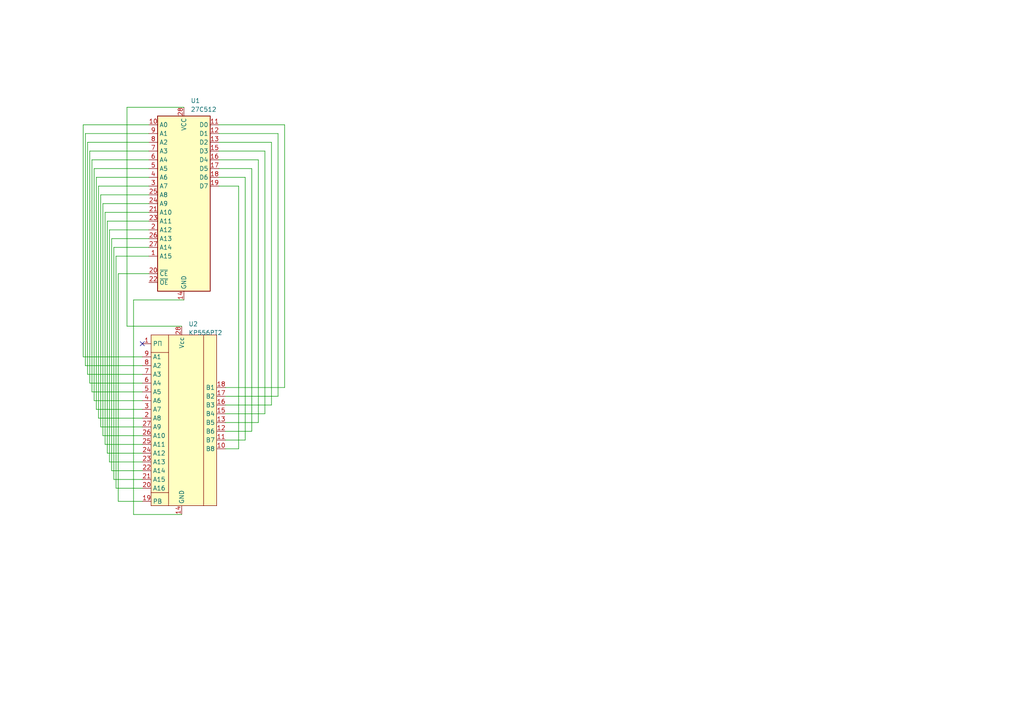
<source format=kicad_sch>
(kicad_sch (version 20230121) (generator eeschema)
  (paper "A4")
  (lib_symbols
    (symbol "Memory_EPROM:27C512"
      (property "Reference" "U" (at -7.62 26.67 0))
      (property "Value" "27C512" (at 2.54 -26.67 0))
      (symbol "27C512_1_1"
        (rectangle (start -7.62 25.4) (end 7.62 -25.4) (stroke (width 0.254)) (fill (type background)))
        (pin input line (at -10.16 -15.24 0) (length 2.54) (name "A15") (number "1"))
        (pin input line (at -10.16 22.86 0) (length 2.54) (name "A0") (number "10"))
        (pin tri_state line (at 10.16 22.86 180) (length 2.54) (name "D0") (number "11"))
        (pin tri_state line (at 10.16 20.32 180) (length 2.54) (name "D1") (number "12"))
        (pin tri_state line (at 10.16 17.78 180) (length 2.54) (name "D2") (number "13"))
        (pin power_in line (at 0 -27.94 90) (length 2.54) (name "GND") (number "14"))
        (pin tri_state line (at 10.16 15.24 180) (length 2.54) (name "D3") (number "15"))
        (pin tri_state line (at 10.16 12.7 180) (length 2.54) (name "D4") (number "16"))
        (pin tri_state line (at 10.16 10.16 180) (length 2.54) (name "D5") (number "17"))
        (pin tri_state line (at 10.16 7.62 180) (length 2.54) (name "D6") (number "18"))
        (pin tri_state line (at 10.16 5.08 180) (length 2.54) (name "D7") (number "19"))
        (pin input line (at -10.16 -7.62 0) (length 2.54) (name "A12") (number "2"))
        (pin input line (at -10.16 -20.32 0) (length 2.54) (name "~{CE}") (number "20"))
        (pin input line (at -10.16 -2.54 0) (length 2.54) (name "A10") (number "21"))
        (pin input line (at -10.16 -22.86 0) (length 2.54) (name "~{OE}") (number "22"))
        (pin input line (at -10.16 -5.08 0) (length 2.54) (name "A11") (number "23"))
        (pin input line (at -10.16 0 0) (length 2.54) (name "A9") (number "24"))
        (pin input line (at -10.16 2.54 0) (length 2.54) (name "A8") (number "25"))
        (pin input line (at -10.16 -10.16 0) (length 2.54) (name "A13") (number "26"))
        (pin input line (at -10.16 -12.7 0) (length 2.54) (name "A14") (number "27"))
        (pin power_in line (at 0 27.94 270) (length 2.54) (name "VCC") (number "28"))
        (pin input line (at -10.16 5.08 0) (length 2.54) (name "A7") (number "3"))
        (pin input line (at -10.16 7.62 0) (length 2.54) (name "A6") (number "4"))
        (pin input line (at -10.16 10.16 0) (length 2.54) (name "A5") (number "5"))
        (pin input line (at -10.16 12.7 0) (length 2.54) (name "A4") (number "6"))
        (pin input line (at -10.16 15.24 0) (length 2.54) (name "A3") (number "7"))
        (pin input line (at -10.16 17.78 0) (length 2.54) (name "A2") (number "8"))
        (pin input line (at -10.16 20.32 0) (length 2.54) (name "A1") (number "9"))
      )
    )
    (symbol "kr556rt2_eprom:КР556РТ2"
      (property "Reference" "U72" (at 2.0194 29.21 0))
      (property "Value" "КР556РТ2" (at 2.0194 26.67 0))
      (symbol "КР556РТ2_0_0"
        (pin input line (at -11.43 21.59 0) (length 2.54) (name "РП") (number "1"))
        (pin output line (at 12.7 -8.89 180) (length 2.54) (name "В8") (number "10"))
        (pin output line (at 12.7 -6.35 180) (length 2.54) (name "В7") (number "11"))
        (pin output line (at 12.7 -3.81 180) (length 2.54) (name "В6") (number "12"))
        (pin output line (at 12.7 -1.27 180) (length 2.54) (name "В5") (number "13"))
        (pin power_in line (at 0 -27.94 90) (length 2.54) (name "GND") (number "14"))
        (pin output line (at 12.7 1.27 180) (length 2.54) (name "В4") (number "15"))
        (pin output line (at 12.7 3.81 180) (length 2.54) (name "В3") (number "16"))
        (pin output line (at 12.7 6.35 180) (length 2.54) (name "В2") (number "17"))
        (pin output line (at 12.7 8.89 180) (length 2.54) (name "В1") (number "18"))
        (pin input line (at -11.43 -24.13 0) (length 2.54) (name "РВ") (number "19"))
        (pin input line (at -11.43 0 0) (length 2.54) (name "А8") (number "2"))
        (pin input line (at -11.43 -20.32 0) (length 2.54) (name "А16") (number "20"))
        (pin input line (at -11.43 -17.78 0) (length 2.54) (name "А15") (number "21"))
        (pin input line (at -11.43 -15.24 0) (length 2.54) (name "А14") (number "22"))
        (pin input line (at -11.43 -12.7 0) (length 2.54) (name "А13") (number "23"))
        (pin input line (at -11.43 -10.16 0) (length 2.54) (name "А12") (number "24"))
        (pin input line (at -11.43 -7.62 0) (length 2.54) (name "А11") (number "25"))
        (pin input line (at -11.43 -5.08 0) (length 2.54) (name "А10") (number "26"))
        (pin input line (at -11.43 -2.54 0) (length 2.54) (name "А9") (number "27"))
        (pin power_in line (at 0 26.67 270) (length 2.54) (name "Vcc") (number "28"))
        (pin input line (at -11.43 2.54 0) (length 2.54) (name "А7") (number "3"))
        (pin input line (at -11.43 5.08 0) (length 2.54) (name "А6") (number "4"))
        (pin input line (at -11.43 7.62 0) (length 2.54) (name "А5") (number "5"))
        (pin input line (at -11.43 10.16 0) (length 2.54) (name "А4") (number "6"))
        (pin input line (at -11.43 12.7 0) (length 2.54) (name "А3") (number "7"))
        (pin input line (at -11.43 15.24 0) (length 2.54) (name "А2") (number "8"))
        (pin input line (at -11.43 17.78 0) (length 2.54) (name "А1") (number "9"))
      )
      (symbol "КР556РТ2_0_1"
        (rectangle (start -8.89 24.13) (end 10.16 -25.4) (fill (type background)))
        (polyline (pts (xy -8.89 -21.59) (xy -3.81 -21.59)))
        (polyline (pts (xy -8.89 19.05) (xy -3.81 19.05)))
        (polyline (pts (xy -3.81 24.13) (xy -3.81 -25.4)))
        (polyline (pts (xy 6.35 24.13) (xy 6.35 -25.4)))
      )
    )
  )
  (no_connect (at 41.275 99.695))
  (wire (pts (xy 29.845 126.365) (xy 29.845 59.055)))
  (wire (pts (xy 24.765 38.735) (xy 43.18 38.735)))
  (wire (pts (xy 27.305 116.205) (xy 27.305 48.895)))
  (wire (pts (xy 63.5 48.895) (xy 73.025 48.895)))
  (wire (pts (xy 29.845 59.055) (xy 43.18 59.055)))
  (wire (pts (xy 24.13 36.195) (xy 43.18 36.195)))
  (wire (pts (xy 78.74 117.475) (xy 65.405 117.475)))
  (wire (pts (xy 28.575 121.285) (xy 28.575 53.975)))
  (wire (pts (xy 71.12 51.435) (xy 63.5 51.435)))
  (wire (pts (xy 41.275 133.985) (xy 31.75 133.985)))
  (wire (pts (xy 32.385 69.215) (xy 43.18 69.215)))
  (wire (pts (xy 65.405 120.015) (xy 76.835 120.015)))
  (wire (pts (xy 82.55 36.195) (xy 82.55 112.395)))
  (wire (pts (xy 69.215 130.175) (xy 65.405 130.175)))
  (wire (pts (xy 41.275 139.065) (xy 33.02 139.065)))
  (wire (pts (xy 41.275 118.745) (xy 27.94 118.745)))
  (wire (pts (xy 26.67 46.355) (xy 43.18 46.355)))
  (wire (pts (xy 41.275 116.205) (xy 27.305 116.205)))
  (wire (pts (xy 73.025 125.095) (xy 65.405 125.095)))
  (wire (pts (xy 33.655 74.295) (xy 43.18 74.295)))
  (wire (pts (xy 30.48 61.595) (xy 43.18 61.595)))
  (wire (pts (xy 31.115 131.445) (xy 31.115 64.135)))
  (wire (pts (xy 24.13 103.505) (xy 24.13 36.195)))
  (wire (pts (xy 80.645 114.935) (xy 80.645 38.735)))
  (wire (pts (xy 63.5 36.195) (xy 82.55 36.195)))
  (wire (pts (xy 26.035 43.815) (xy 43.18 43.815)))
  (wire (pts (xy 63.5 53.975) (xy 69.215 53.975)))
  (wire (pts (xy 74.93 122.555) (xy 65.405 122.555)))
  (wire (pts (xy 33.02 71.755) (xy 43.18 71.755)))
  (wire (pts (xy 38.735 149.225) (xy 52.705 149.225)))
  (wire (pts (xy 41.275 113.665) (xy 26.67 113.665)))
  (wire (pts (xy 29.21 56.515) (xy 43.18 56.515)))
  (wire (pts (xy 43.18 79.375) (xy 34.29 79.375)))
  (wire (pts (xy 41.275 121.285) (xy 28.575 121.285)))
  (wire (pts (xy 31.115 64.135) (xy 43.18 64.135)))
  (wire (pts (xy 63.5 46.355) (xy 74.93 46.355)))
  (wire (pts (xy 74.93 46.355) (xy 74.93 122.555)))
  (wire (pts (xy 31.75 66.675) (xy 43.18 66.675)))
  (wire (pts (xy 33.655 141.605) (xy 33.655 74.295)))
  (wire (pts (xy 41.275 131.445) (xy 31.115 131.445)))
  (wire (pts (xy 65.405 114.935) (xy 80.645 114.935)))
  (wire (pts (xy 73.025 48.895) (xy 73.025 125.095)))
  (wire (pts (xy 63.5 41.275) (xy 78.74 41.275)))
  (wire (pts (xy 32.385 136.525) (xy 32.385 69.215)))
  (wire (pts (xy 76.835 43.815) (xy 63.5 43.815)))
  (wire (pts (xy 41.275 111.125) (xy 26.035 111.125)))
  (wire (pts (xy 76.835 120.015) (xy 76.835 43.815)))
  (wire (pts (xy 78.74 41.275) (xy 78.74 117.475)))
  (wire (pts (xy 41.275 126.365) (xy 29.845 126.365)))
  (wire (pts (xy 41.275 106.045) (xy 24.765 106.045)))
  (wire (pts (xy 69.215 53.975) (xy 69.215 130.175)))
  (wire (pts (xy 26.035 111.125) (xy 26.035 43.815)))
  (wire (pts (xy 41.275 108.585) (xy 25.4 108.585)))
  (wire (pts (xy 25.4 41.275) (xy 43.18 41.275)))
  (wire (pts (xy 29.21 123.825) (xy 29.21 56.515)))
  (wire (pts (xy 80.645 38.735) (xy 63.5 38.735)))
  (wire (pts (xy 25.4 108.585) (xy 25.4 41.275)))
  (wire (pts (xy 26.67 113.665) (xy 26.67 46.355)))
  (wire (pts (xy 53.34 31.115) (xy 36.83 31.115)))
  (wire (pts (xy 24.765 106.045) (xy 24.765 38.735)))
  (wire (pts (xy 36.83 94.615) (xy 52.705 94.615)))
  (wire (pts (xy 53.34 86.995) (xy 38.735 86.995)))
  (wire (pts (xy 82.55 112.395) (xy 65.405 112.395)))
  (wire (pts (xy 65.405 127.635) (xy 71.12 127.635)))
  (wire (pts (xy 34.29 145.415) (xy 41.275 145.415)))
  (wire (pts (xy 41.275 123.825) (xy 29.21 123.825)))
  (wire (pts (xy 36.83 31.115) (xy 36.83 94.615)))
  (wire (pts (xy 41.275 141.605) (xy 33.655 141.605)))
  (wire (pts (xy 71.12 127.635) (xy 71.12 51.435)))
  (wire (pts (xy 41.275 136.525) (xy 32.385 136.525)))
  (wire (pts (xy 27.94 118.745) (xy 27.94 51.435)))
  (wire (pts (xy 27.305 48.895) (xy 43.18 48.895)))
  (wire (pts (xy 41.275 128.905) (xy 30.48 128.905)))
  (wire (pts (xy 33.02 139.065) (xy 33.02 71.755)))
  (wire (pts (xy 28.575 53.975) (xy 43.18 53.975)))
  (wire (pts (xy 27.94 51.435) (xy 43.18 51.435)))
  (wire (pts (xy 41.275 103.505) (xy 24.13 103.505)))
  (wire (pts (xy 34.29 79.375) (xy 34.29 145.415)))
  (wire (pts (xy 38.735 86.995) (xy 38.735 149.225)))
  (wire (pts (xy 31.75 133.985) (xy 31.75 66.675)))
  (wire (pts (xy 30.48 128.905) (xy 30.48 61.595)))
  (symbol (lib_id "kr556rt2_eprom:КР556РТ2") (at 52.705 121.285 0) (unit 1)
    (property "Reference" "U2" (at 54.6609 93.98 0) (effects (justify left)))
    (property "Value" "КР556РТ2" (at 54.6609 96.52 0) (effects (justify left)))
    (property "Footprint" "Package_DIP:DIP-28_W15.24mm_Socket" (effects hide))
  )
  (symbol (lib_id "Memory_EPROM:27C512") (at 53.34 59.055 0) (unit 1)
    (property "Reference" "U1" (at 55.2959 29.21 0) (effects (justify left)))
    (property "Value" "27C512" (at 55.2959 31.75 0) (effects (justify left)))
    (property "Footprint" "Package_DIP:DIP-28_W15.24mm" (effects hide))
    (property "Datasheet" "http://ww1.microchip.com/downloads/en/DeviceDoc/doc0015.pdf" (effects hide))
  )
)
</source>
